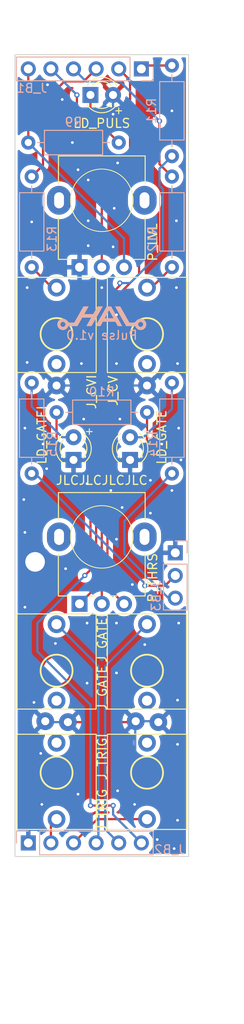
<source format=kicad_pcb>
(kicad_pcb (version 20240108) (generator "pcbnew") (generator_version "8.0")
  (title_block (rev "v1.0"))
  (layers (0 "F.Cu" signal) (31 "B.Cu" signal) (34 "B.Paste" user) (35 "F.Paste" user) (36 "B.SilkS" user "B.Silkscreen") (37 "F.SilkS" user "F.Silkscreen") (38 "B.Mask" user) (39 "F.Mask" user) (44 "Edge.Cuts" user))
  (net 0 "")
  (net 1 "GND")
  (net 2 "Net-(J_B1-Pin_3)")
  (net 3 "Net-(J_B1-Pin_4)")
  (net 4 "Net-(J_B1-Pin_6)")
  (net 5 "Net-(LD_PULS1-K)")
  (net 6 "-12V")
  (net 7 "Net-(J_B2-Pin_4)")
  (net 8 "Net-(LD_GATEI1-A)")
  (net 9 "Net-(LD_GATE1-A)")
  (net 10 "Net-(J_B2-Pin_5)")
  (net 11 "Net-(P_THRS1-Pad3)")
  (net 12 "+12V")
  (net 13 "Net-(J_B2-Pin_2)")
  (net 14 "Net-(J_B2-Pin_3)")
  (net 15 "Net-(J_B1-Pin_5)")
  (net 16 "Net-(J_B1-Pin_2)")
  (net 23 "Net-(J_B3-Pin_2)")
  (net 24 "Net-(J_B3-Pin_3)")
  (net 25 "Net-(P_THRS1-Pad1)")
  (net 26 "Net-(J_CVI1-PadSIG)")
  (net 27 "Net-(J_CV1-PadSIG)")
  (footprint "Eurorack:Potentiometer Alpha RD901F-40-00D" (layer "F.Cu") (at 69.85 94.996 90)
    (property "Reference" "P_THRS" (at -4.572 5.715 90) (layer "F.SilkS"))
    (property "Value" "B100k" (hide yes))
    (pad "" thru_hole oval (at 0.0052 -4.8 180) (size 2.72 3.24) (drill oval 1.1 1.8) (layers "*.Cu" "*.Mask"))
    (pad "" thru_hole oval (at 0.0052 4.8 180) (size 2.72 3.24) (drill oval 1.1 1.8) (layers "*.Cu" "*.Mask"))
    (pad "1" thru_hole rect (at -7.4948 -2.5 180) (size 1.8 1.8) (drill 1) (layers "*.Cu" "*.Mask") (net 25 "Net-(P_THRS1-Pad1)"))
    (pad "2" thru_hole circle (at -7.4948 0 180) (size 1.8 1.8) (drill 1) (layers "*.Cu" "*.Mask") (net 16 "Net-(J_B1-Pin_2)"))
    (pad "3" thru_hole circle (at -7.4948 2.5 180) (size 1.8 1.8) (drill 1) (layers "*.Cu" "*.Mask") (net 11 "Net-(P_THRS1-Pad3)"))
  )
  (footprint "Eurorack:PJ301M-12 Offset" (layer "F.Cu") (at 64.77 121.412 180)
    (property "Reference" "J_TRIGI" (at -5.1308 1.778 90) (layer "F.SilkS"))
    (property "Value" "PJ301M-12" (hide yes))
    (pad "GND" thru_hole circle (at 1.27 5.766 180) (size 2 2) (drill 0.9) (layers "*.Cu" "*.Mask") (net 1 "GND"))
    (pad "SIG" thru_hole circle (at 0 -5.207 180) (size 2 2) (drill 1.15) (layers "*.Cu" "*.Mask") (net 13 "Net-(J_B2-Pin_2)"))
    (pad "SW" thru_hole circle (at 0 3.353 180) (size 2 2) (drill 1.14) (layers "*.Cu" "*.Mask"))
    (zone (net 0) (net_name "") (layer "F.Cu") (connect_pads (clearance 0)) (min_thickness 0.254)
      (keepout (tracks not_allowed) (vias not_allowed) (pads not_allowed) (copperpour not_allowed) (footprints allowed))
      (fill (thermal_gap 0.508) (thermal_bridge_width 0.508))
      (polygon (pts (xy 63.264859 121.412) (xy 63.28507 121.657829) (xy 63.345159 121.897055) (xy 63.443514 122.123256) (xy 63.577492 122.330355) (xy 63.743496 122.51279) (xy 63.937068 122.665664) (xy 64.153008 122.784869) (xy 64.385518 122.867206) (xy 64.628354 122.910461) (xy 64.874993 122.913475) (xy 65.118813 122.876165) (xy 65.353266 122.799534) (xy 65.572054 122.68564) (xy 65.769303 122.537542) (xy 65.939714 122.359216) (xy 66.078712 122.155452) (xy 66.182564 121.931722) (xy 66.248481 121.694035) (xy 66.274692 121.448774) (xy 66.260493 121.202525) (xy 66.206266 120.961901) (xy 66.113468 120.733366) (xy 65.984589 120.523055) (xy 65.823092 120.336618) (xy 65.633313 120.179061) (xy 65.42035 120.054615) (xy 65.189921 119.966623) (xy 64.948215 119.917447) (xy 64.701722 119.908408) (xy 64.457064 119.93975) (xy 64.220809 120.01063) (xy 63.999303 120.119144) (xy 63.798495 120.262379) (xy 63.623777 120.436488) (xy 63.479842 120.636795) (xy 63.370555 120.857921) (xy 63.298851 121.093926) (xy 63.266656 121.338474)))
    )
  )
  (footprint "Eurorack:PJ301M-12 Offset" (layer "F.Cu") (at 74.93 121.412 180)
    (property "Reference" "J_TRIG" (at 5.0292 -4.191 90) (layer "F.SilkS"))
    (property "Value" "PJ301M-12" (hide yes))
    (pad "GND" thru_hole circle (at 1.27 5.766 180) (size 2 2) (drill 0.9) (layers "*.Cu" "*.Mask") (net 1 "GND"))
    (pad "SIG" thru_hole circle (at 0 -5.207 180) (size 2 2) (drill 1.15) (layers "*.Cu" "*.Mask") (net 14 "Net-(J_B2-Pin_3)"))
    (pad "SW" thru_hole circle (at 0 3.353 180) (size 2 2) (drill 1.14) (layers "*.Cu" "*.Mask"))
    (zone (net 0) (net_name "") (layer "F.Cu") (connect_pads (clearance 0)) (min_thickness 0.254)
      (keepout (tracks not_allowed) (vias not_allowed) (pads not_allowed) (copperpour not_allowed) (footprints allowed))
      (fill (thermal_gap 0.508) (thermal_bridge_width 0.508))
      (polygon (pts (xy 73.424859 121.412) (xy 73.44507 121.657829) (xy 73.505159 121.897055) (xy 73.603514 122.123256) (xy 73.737492 122.330355) (xy 73.903496 122.51279) (xy 74.097068 122.665664) (xy 74.313008 122.784869) (xy 74.545518 122.867206) (xy 74.788354 122.910461) (xy 75.034993 122.913475) (xy 75.278813 122.876165) (xy 75.513266 122.799534) (xy 75.732054 122.68564) (xy 75.929303 122.537542) (xy 76.099714 122.359216) (xy 76.238712 122.155452) (xy 76.342564 121.931722) (xy 76.408481 121.694035) (xy 76.434692 121.448774) (xy 76.420493 121.202525) (xy 76.366266 120.961901) (xy 76.273468 120.733366) (xy 76.144589 120.523055) (xy 75.983092 120.336618) (xy 75.793313 120.179061) (xy 75.58035 120.054615) (xy 75.349921 119.966623) (xy 75.108215 119.917447) (xy 74.861722 119.908408) (xy 74.617064 119.93975) (xy 74.380809 120.01063) (xy 74.159303 120.119144) (xy 73.958495 120.262379) (xy 73.783777 120.436488) (xy 73.639842 120.636795) (xy 73.530555 120.857921) (xy 73.458851 121.093926) (xy 73.426656 121.338474)))
    )
  )
  (footprint "LED_THT:LED_D3.0mm_FlatTop" (layer "F.Cu") (at 66.675 86.365 90)
    (property "Reference" "LD_GATEI" (at 2.799 -3.556 90) (layer "F.SilkS"))
    (property "Value" "LED")
    (pad "1" thru_hole rect (at 0 0 90) (size 1.8 1.8) (drill 0.9) (layers "*.Cu" "*.Mask") (net 1 "GND"))
    (pad "2" thru_hole circle (at 2.54 0 90) (size 1.8 1.8) (drill 0.9) (layers "*.Cu" "*.Mask") (net 8 "Net-(LD_GATEI1-A)"))
  )
  (footprint "LED_THT:LED_D3.0mm_FlatTop" (layer "F.Cu") (at 68.575 45.466)
    (property "Reference" "LD_PULS" (at 1.275 3.175 0) (layer "F.SilkS"))
    (property "Value" "LED (Bi)")
    (pad "1" thru_hole rect (at 0 0) (size 1.8 1.8) (drill 0.9) (layers "*.Cu" "*.Mask") (net 5 "Net-(LD_PULS1-K)"))
    (pad "2" thru_hole circle (at 2.54 0) (size 1.8 1.8) (drill 0.9) (layers "*.Cu" "*.Mask") (net 1 "GND"))
  )
  (footprint "Eurorack:M2 Screw Hole" (layer "F.Cu") (at 62.357 97.79)
    (property "Reference" "REF**" (hide yes))
    (property "Value" "M2 Screw Hole" (hide yes))
    (pad "" thru_hole circle (at 0 0) (size 3.8 3.8) (drill 2.2) (layers "*.Cu" "*.Mask") (net 1 "GND"))
  )
  (footprint "Eurorack:PJ301M-12" (layer "F.Cu") (at 74.93 72.263)
    (property "Reference" "J_CV" (at -3.81 6.35 90) (layer "F.SilkS"))
    (property "Value" "PJ301M-12" (hide yes))
    (pad "GND" thru_hole circle (at 0 5.766) (size 2 2) (drill 0.9) (layers "*.Cu" "*.Mask") (net 1 "GND"))
    (pad "SIG" thru_hole circle (at 0 -5.207) (size 2 2) (drill 1.15) (layers "*.Cu" "*.Mask") (net 27 "Net-(J_CV1-PadSIG)"))
    (pad "SW" thru_hole circle (at 0 3.353) (size 2 2) (drill 1.14) (layers "*.Cu" "*.Mask"))
    (zone (net 0) (net_name "") (layer "F.Cu") (connect_pads (clearance 0)) (min_thickness 0.254)
      (keepout (tracks not_allowed) (vias not_allowed) (pads not_allowed) (copperpour not_allowed) (footprints allowed))
      (fill (thermal_gap 0.508) (thermal_bridge_width 0.508))
      (polygon (pts (xy 76.435141 72.263) (xy 76.41493 72.017171) (xy 76.354841 71.777945) (xy 76.256486 71.551744) (xy 76.122508 71.344645) (xy 75.956504 71.16221) (xy 75.762932 71.009336) (xy 75.546992 70.890131) (xy 75.314482 70.807794) (xy 75.071646 70.764539) (xy 74.825007 70.761525) (xy 74.581187 70.798835) (xy 74.346734 70.875466) (xy 74.127946 70.98936) (xy 73.930697 71.137458) (xy 73.760286 71.315784) (xy 73.621288 71.519548) (xy 73.517436 71.743278) (xy 73.451519 71.980965) (xy 73.425308 72.226226) (xy 73.439507 72.472475) (xy 73.493734 72.713099) (xy 73.586532 72.941634) (xy 73.715411 73.151945) (xy 73.876908 73.338382) (xy 74.066687 73.495939) (xy 74.27965 73.620385) (xy 74.510079 73.708377) (xy 74.751785 73.757553) (xy 74.998278 73.766592) (xy 75.242936 73.73525) (xy 75.479191 73.66437) (xy 75.700697 73.555856) (xy 75.901505 73.412621) (xy 76.076223 73.238512) (xy 76.220158 73.038205) (xy 76.329445 72.817079) (xy 76.401149 72.581074) (xy 76.433344 72.336526)))
    )
  )
  (footprint "LED_THT:LED_D3.0mm_FlatTop" (layer "F.Cu") (at 73.025 86.365 90)
    (property "Reference" "LD_GATE" (at 2.545 3.556 90) (layer "F.SilkS"))
    (property "Value" "LED")
    (pad "1" thru_hole rect (at 0 0 90) (size 1.8 1.8) (drill 0.9) (layers "*.Cu" "*.Mask") (net 1 "GND"))
    (pad "2" thru_hole circle (at 2.54 0 90) (size 1.8 1.8) (drill 0.9) (layers "*.Cu" "*.Mask") (net 9 "Net-(LD_GATE1-A)"))
  )
  (footprint "Eurorack:Potentiometer Alpha RD901F-40-00D" (layer "F.Cu") (at 69.85 57.2752 90)
    (property "Reference" "P_LVL" (at -4.7008 5.715 90) (layer "F.SilkS"))
    (property "Value" "B100k" (hide yes))
    (pad "" thru_hole oval (at 0.0052 -4.8 180) (size 2.72 3.24) (drill oval 1.1 1.8) (layers "*.Cu" "*.Mask"))
    (pad "" thru_hole oval (at 0.0052 4.8 180) (size 2.72 3.24) (drill oval 1.1 1.8) (layers "*.Cu" "*.Mask"))
    (pad "1" thru_hole rect (at -7.4948 -2.5 180) (size 1.8 1.8) (drill 1) (layers "*.Cu" "*.Mask") (net 1 "GND"))
    (pad "2" thru_hole circle (at -7.4948 0 180) (size 1.8 1.8) (drill 1) (layers "*.Cu" "*.Mask") (net 15 "Net-(J_B1-Pin_5)"))
    (pad "3" thru_hole circle (at -7.4948 2.5 180) (size 1.8 1.8) (drill 1) (layers "*.Cu" "*.Mask") (net 4 "Net-(J_B1-Pin_6)"))
  )
  (footprint "Eurorack:PJ301M-12 Offset" (layer "F.Cu") (at 74.93 109.982)
    (property "Reference" "J_GATE" (at -5.0292 1.9304 90) (layer "F.SilkS"))
    (property "Value" "PJ301M-12" (hide yes))
    (pad "GND" thru_hole circle (at 1.27 5.766) (size 2 2) (drill 0.9) (layers "*.Cu" "*.Mask") (net 1 "GND"))
    (pad "SIG" thru_hole circle (at 0 -5.207) (size 2 2) (drill 1.15) (layers "*.Cu" "*.Mask") (net 10 "Net-(J_B2-Pin_5)"))
    (pad "SW" thru_hole circle (at 0 3.353) (size 2 2) (drill 1.14) (layers "*.Cu" "*.Mask"))
    (zone (net 0) (net_name "") (layer "F.Cu") (connect_pads (clearance 0)) (min_thickness 0.254)
      (keepout (tracks not_allowed) (vias not_allowed) (pads not_allowed) (copperpour not_allowed) (footprints allowed))
      (fill (thermal_gap 0.508) (thermal_bridge_width 0.508))
      (polygon (pts (xy 76.435141 109.982) (xy 76.41493 109.736171) (xy 76.354841 109.496945) (xy 76.256486 109.270744) (xy 76.122508 109.063645) (xy 75.956504 108.88121) (xy 75.762932 108.728336) (xy 75.546992 108.609131) (xy 75.314482 108.526794) (xy 75.071646 108.483539) (xy 74.825007 108.480525) (xy 74.581187 108.517835) (xy 74.346734 108.594466) (xy 74.127946 108.70836) (xy 73.930697 108.856458) (xy 73.760286 109.034784) (xy 73.621288 109.238548) (xy 73.517436 109.462278) (xy 73.451519 109.699965) (xy 73.425308 109.945226) (xy 73.439507 110.191475) (xy 73.493734 110.432099) (xy 73.586532 110.660634) (xy 73.715411 110.870945) (xy 73.876908 111.057382) (xy 74.066687 111.214939) (xy 74.27965 111.339385) (xy 74.510079 111.427377) (xy 74.751785 111.476553) (xy 74.998278 111.485592) (xy 75.242936 111.45425) (xy 75.479191 111.38337) (xy 75.700697 111.274856) (xy 75.901505 111.131621) (xy 76.076223 110.957512) (xy 76.220158 110.757205) (xy 76.329445 110.536079) (xy 76.401149 110.300074) (xy 76.433344 110.055526)))
    )
  )
  (footprint "Eurorack:PJ301M-12 Offset" (layer "F.Cu") (at 64.77 109.982)
    (property "Reference" "J_GATEI" (at 5.1308 -3.683 90) (layer "F.SilkS"))
    (property "Value" "PJ301M-12" (hide yes))
    (pad "GND" thru_hole circle (at 1.27 5.766) (size 2 2) (drill 0.9) (layers "*.Cu" "*.Mask") (net 1 "GND"))
    (pad "SIG" thru_hole circle (at 0 -5.207) (size 2 2) (drill 1.15) (layers "*.Cu" "*.Mask") (net 7 "Net-(J_B2-Pin_4)"))
    (pad "SW" thru_hole circle (at 0 3.353) (size 2 2) (drill 1.14) (layers "*.Cu" "*.Mask"))
    (zone (net 0) (net_name "") (layer "F.Cu") (connect_pads (clearance 0)) (min_thickness 0.254)
      (keepout (tracks not_allowed) (vias not_allowed) (pads not_allowed) (copperpour not_allowed) (footprints allowed))
      (fill (thermal_gap 0.508) (thermal_bridge_width 0.508))
      (polygon (pts (xy 66.275141 109.982) (xy 66.25493 109.736171) (xy 66.194841 109.496945) (xy 66.096486 109.270744) (xy 65.962508 109.063645) (xy 65.796504 108.88121) (xy 65.602932 108.728336) (xy 65.386992 108.609131) (xy 65.154482 108.526794) (xy 64.911646 108.483539) (xy 64.665007 108.480525) (xy 64.421187 108.517835) (xy 64.186734 108.594466) (xy 63.967946 108.70836) (xy 63.770697 108.856458) (xy 63.600286 109.034784) (xy 63.461288 109.238548) (xy 63.357436 109.462278) (xy 63.291519 109.699965) (xy 63.265308 109.945226) (xy 63.279507 110.191475) (xy 63.333734 110.432099) (xy 63.426532 110.660634) (xy 63.555411 110.870945) (xy 63.716908 111.057382) (xy 63.906687 111.214939) (xy 64.11965 111.339385) (xy 64.350079 111.427377) (xy 64.591785 111.476553) (xy 64.838278 111.485592) (xy 65.082936 111.45425) (xy 65.319191 111.38337) (xy 65.540697 111.274856) (xy 65.741505 111.131621) (xy 65.916223 110.957512) (xy 66.060158 110.757205) (xy 66.169445 110.536079) (xy 66.241149 110.300074) (xy 66.273344 110.055526)))
    )
  )
  (footprint "Eurorack:PJ301M-12" (layer "F.Cu") (at 64.77 72.263)
    (property "Reference" "J_CVI" (at 3.937 6.477 90) (layer "F.SilkS"))
    (property "Value" "PJ301M-12" (hide yes))
    (pad "GND" thru_hole circle (at 0 5.766) (size 2 2) (drill 0.9) (layers "*.Cu" "*.Mask") (net 1 "GND"))
    (pad "SIG" thru_hole circle (at 0 -5.207) (size 2 2) (drill 1.15) (layers "*.Cu" "*.Mask") (net 26 "Net-(J_CVI1-PadSIG)"))
    (pad "SW" thru_hole circle (at 0 3.353) (size 2 2) (drill 1.14) (layers "*.Cu" "*.Mask"))
    (zone (net 0) (net_name "") (layer "F.Cu") (connect_pads (clearance 0)) (min_thickness 0.254)
      (keepout (tracks not_allowed) (vias not_allowed) (pads not_allowed) (copperpour not_allowed) (footprints allowed))
      (fill (thermal_gap 0.508) (thermal_bridge_width 0.508))
      (polygon (pts (xy 66.275141 72.263) (xy 66.25493 72.017171) (xy 66.194841 71.777945) (xy 66.096486 71.551744) (xy 65.962508 71.344645) (xy 65.796504 71.16221) (xy 65.602932 71.009336) (xy 65.386992 70.890131) (xy 65.154482 70.807794) (xy 64.911646 70.764539) (xy 64.665007 70.761525) (xy 64.421187 70.798835) (xy 64.186734 70.875466) (xy 63.967946 70.98936) (xy 63.770697 71.137458) (xy 63.600286 71.315784) (xy 63.461288 71.519548) (xy 63.357436 71.743278) (xy 63.291519 71.980965) (xy 63.265308 72.226226) (xy 63.279507 72.472475) (xy 63.333734 72.713099) (xy 63.426532 72.941634) (xy 63.555411 73.151945) (xy 63.716908 73.338382) (xy 63.906687 73.495939) (xy 64.11965 73.620385) (xy 64.350079 73.708377) (xy 64.591785 73.757553) (xy 64.838278 73.766592) (xy 65.082936 73.73525) (xy 65.319191 73.66437) (xy 65.540697 73.555856) (xy 65.741505 73.412621) (xy 65.916223 73.238512) (xy 66.060158 73.038205) (xy 66.169445 72.817079) (xy 66.241149 72.581074) (xy 66.273344 72.336526)))
    )
  )
  (footprint "Resistor_THT:R_Axial_DIN0207_L6.3mm_D2.5mm_P10.16mm_Horizontal" (layer "B.Cu") (at 71.755 50.8 180)
    (property "Reference" "R9" (at 5.08 2.286 180) (layer "B.SilkS") (effects (justify mirror)))
    (property "Value" "1k")
    (pad "1" thru_hole circle (at 0 0 180) (size 1.6 1.6) (drill 0.8) (layers "*.Cu" "*.Mask") (net 5 "Net-(LD_PULS1-K)"))
    (pad "2" thru_hole oval (at 10.16 0 180) (size 1.6 1.6) (drill 0.8) (layers "*.Cu" "*.Mask") (net 4 "Net-(J_B1-Pin_6)"))
  )
  (footprint "Resistor_THT:R_Axial_DIN0207_L6.3mm_D2.5mm_P10.16mm_Horizontal" (layer "B.Cu") (at 61.976 54.61 -90)
    (property "Reference" "R13" (at 6.985 -2.286 90) (layer "B.SilkS") (effects (justify mirror)))
    (property "Value" "1k")
    (pad "1" thru_hole circle (at 0 0 270) (size 1.6 1.6) (drill 0.8) (layers "*.Cu" "*.Mask") (net 2 "Net-(J_B1-Pin_3)"))
    (pad "2" thru_hole oval (at 10.16 0 270) (size 1.6 1.6) (drill 0.8) (layers "*.Cu" "*.Mask") (net 26 "Net-(J_CVI1-PadSIG)"))
  )
  (footprint "Connector_PinHeader_2.54mm:PinHeader_1x06_P2.54mm_Vertical" (layer "B.Cu") (at 74.295 42.545 90)
    (property "Reference" "J_B1" (at -2.159 -12.319 0) (layer "B.SilkS") (effects (justify mirror)))
    (property "Value" "Conn_01x06_Female")
    (pad "1" thru_hole rect (at 0 0 90) (size 1.7 1.7) (drill 1) (layers "*.Cu" "*.Mask") (net 6 "-12V"))
    (pad "2" thru_hole oval (at 0 -2.54 90) (size 1.7 1.7) (drill 1) (layers "*.Cu" "*.Mask") (net 16 "Net-(J_B1-Pin_2)"))
    (pad "3" thru_hole oval (at 0 -5.08 90) (size 1.7 1.7) (drill 1) (layers "*.Cu" "*.Mask") (net 2 "Net-(J_B1-Pin_3)"))
    (pad "4" thru_hole oval (at 0 -7.62 90) (size 1.7 1.7) (drill 1) (layers "*.Cu" "*.Mask") (net 3 "Net-(J_B1-Pin_4)"))
    (pad "5" thru_hole oval (at 0 -10.16 90) (size 1.7 1.7) (drill 1) (layers "*.Cu" "*.Mask") (net 15 "Net-(J_B1-Pin_5)"))
    (pad "6" thru_hole oval (at 0 -12.7 90) (size 1.7 1.7) (drill 1) (layers "*.Cu" "*.Mask") (net 4 "Net-(J_B1-Pin_6)"))
  )
  (footprint "Connector_PinHeader_2.54mm:PinHeader_1x03_P2.54mm_Vertical" (layer "B.Cu") (at 78.105 96.774 180)
    (property "Reference" "J_B3" (at 2.159 -4.826 90) (layer "B.SilkS") (effects (justify mirror)))
    (property "Value" "Conn_01x03_Female")
    (pad "1" thru_hole rect (at 0 0 180) (size 1.7 1.7) (drill 1) (layers "*.Cu" "*.Mask") (net 1 "GND"))
    (pad "2" thru_hole oval (at 0 -2.54 180) (size 1.7 1.7) (drill 1) (layers "*.Cu" "*.Mask") (net 23 "Net-(J_B3-Pin_2)"))
    (pad "3" thru_hole oval (at 0 -5.08 180) (size 1.7 1.7) (drill 1) (layers "*.Cu" "*.Mask") (net 24 "Net-(J_B3-Pin_3)"))
  )
  (footprint "Resistor_THT:R_Axial_DIN0207_L6.3mm_D2.5mm_P10.16mm_Horizontal" (layer "B.Cu") (at 61.976 77.724 -90)
    (property "Reference" "R15" (at 6.858 -2.286 90) (layer "B.SilkS") (effects (justify mirror)))
    (property "Value" "10k")
    (pad "1" thru_hole circle (at 0 0 270) (size 1.6 1.6) (drill 0.8) (layers "*.Cu" "*.Mask") (net 8 "Net-(LD_GATEI1-A)"))
    (pad "2" thru_hole oval (at 10.16 0 270) (size 1.6 1.6) (drill 0.8) (layers "*.Cu" "*.Mask") (net 23 "Net-(J_B3-Pin_2)"))
  )
  (footprint "Resistor_THT:R_Axial_DIN0207_L6.3mm_D2.5mm_P10.16mm_Horizontal" (layer "B.Cu") (at 64.77 81.026)
    (property "Reference" "R10" (at 5.08 -2.286 0) (layer "B.SilkS") (effects (justify mirror)))
    (property "Value" "47k")
    (pad "1" thru_hole circle (at 0 0) (size 1.6 1.6) (drill 0.8) (layers "*.Cu" "*.Mask") (net 12 "+12V"))
    (pad "2" thru_hole oval (at 10.16 0) (size 1.6 1.6) (drill 0.8) (layers "*.Cu" "*.Mask") (net 11 "Net-(P_THRS1-Pad3)"))
  )
  (footprint "Resistor_THT:R_Axial_DIN0207_L6.3mm_D2.5mm_P10.16mm_Horizontal" (layer "B.Cu") (at 77.724 52.324 90)
    (property "Reference" "R11" (at 5.08 -2.286 -90) (layer "B.SilkS") (effects (justify mirror)))
    (property "Value" "47k")
    (pad "1" thru_hole circle (at 0 0 90) (size 1.6 1.6) (drill 0.8) (layers "*.Cu" "*.Mask") (net 25 "Net-(P_THRS1-Pad1)"))
    (pad "2" thru_hole oval (at 10.16 0 90) (size 1.6 1.6) (drill 0.8) (layers "*.Cu" "*.Mask") (net 6 "-12V"))
  )
  (footprint "Resistor_THT:R_Axial_DIN0207_L6.3mm_D2.5mm_P10.16mm_Horizontal" (layer "B.Cu") (at 77.724 54.61 -90)
    (property "Reference" "R12" (at 6.985 2.159 90) (layer "B.SilkS") (effects (justify mirror)))
    (property "Value" "1k")
    (pad "1" thru_hole circle (at 0 0 270) (size 1.6 1.6) (drill 0.8) (layers "*.Cu" "*.Mask") (net 3 "Net-(J_B1-Pin_4)"))
    (pad "2" thru_hole oval (at 10.16 0 270) (size 1.6 1.6) (drill 0.8) (layers "*.Cu" "*.Mask") (net 27 "Net-(J_CV1-PadSIG)"))
  )
  (footprint "Connector_PinHeader_2.54mm:PinHeader_1x06_P2.54mm_Vertical" (layer "B.Cu") (at 61.595 129.286 -90)
    (property "Reference" "J_B2" (at 0.762 -15.875 180) (layer "B.SilkS") (effects (justify mirror)))
    (property "Value" "Conn_01x06_Female")
    (pad "1" thru_hole rect (at 0 0 270) (size 1.7 1.7) (drill 1) (layers "*.Cu" "*.Mask") (net 1 "GND"))
    (pad "2" thru_hole oval (at 0 -2.54 270) (size 1.7 1.7) (drill 1) (layers "*.Cu" "*.Mask") (net 13 "Net-(J_B2-Pin_2)"))
    (pad "3" thru_hole oval (at 0 -5.08 270) (size 1.7 1.7) (drill 1) (layers "*.Cu" "*.Mask") (net 14 "Net-(J_B2-Pin_3)"))
    (pad "4" thru_hole oval (at 0 -7.62 270) (size 1.7 1.7) (drill 1) (layers "*.Cu" "*.Mask") (net 7 "Net-(J_B2-Pin_4)"))
    (pad "5" thru_hole oval (at 0 -10.16 270) (size 1.7 1.7) (drill 1) (layers "*.Cu" "*.Mask") (net 10 "Net-(J_B2-Pin_5)"))
    (pad "6" thru_hole oval (at 0 -12.7 270) (size 1.7 1.7) (drill 1) (layers "*.Cu" "*.Mask") (net 12 "+12V"))
  )
  (footprint "Resistor_THT:R_Axial_DIN0207_L6.3mm_D2.5mm_P10.16mm_Horizontal" (layer "B.Cu") (at 77.724 77.724 -90)
    (property "Reference" "R14" (at 6.858 2.159 90) (layer "B.SilkS") (effects (justify mirror)))
    (property "Value" "10k")
    (pad "1" thru_hole circle (at 0 0 270) (size 1.6 1.6) (drill 0.8) (layers "*.Cu" "*.Mask") (net 9 "Net-(LD_GATE1-A)"))
    (pad "2" thru_hole oval (at 10.16 0 270) (size 1.6 1.6) (drill 0.8) (layers "*.Cu" "*.Mask") (net 24 "Net-(J_B3-Pin_3)"))
  )
  (footprint "Logos:Avalon Harmonics Small 10mm" (layer "B.Cu") (at 69.85 70.485 180)
    (property "Reference" "G***" (hide yes))
    (property "Value" "LOGO" (hide yes))
  )
  (gr_rect (start 60.1 40.95) (end 79.6 130.81) (stroke (width 0.1)) (fill none) (layer "Edge.Cuts"))
  (gr_text "Pulse v1.0" (at 69.85 72.39 0) (layer "B.SilkS") (effects (font (size 1 1)) (justify mirror)))
  (gr_text "JLCJLCJLCJLC" (at 69.85 88.646 0) (layer "F.SilkS") (effects (font (size 1 1))))
  (segment (start 64.389 88.0745) (end 64.389 90.8018) (width 0.25) (layer "F.Cu") (net 1))
  (segment (start 73.279 100.33) (end 76.835 96.774) (width 0.25) (layer "F.Cu") (net 1))
  (segment (start 67.35 64.77) (end 67.35 55.967) (width 0.25) (layer "F.Cu") (net 1))
  (segment (start 76.835 96.774) (end 78.105 96.774) (width 0.25) (layer "F.Cu") (net 1))
  (segment (start 66.04 115.748) (end 73.558 115.748) (width 0.25) (layer "F.Cu") (net 1))
  (segment (start 62.357 92.8338) (end 62.357 97.79) (width 0.25) (layer "F.Cu") (net 1))
  (segment (start 64.389 90.8018) (end 62.357 92.8338) (width 0.25) (layer "F.Cu") (net 1))
  (segment (start 62.23 114.376) (end 63.5 115.646) (width 0.25) (layer "F.Cu") (net 1))
  (segment (start 73.558 115.748) (end 73.66 115.646) (width 0.25) (layer "F.Cu") (net 1))
  (segment (start 62.23 113.538) (end 62.23 114.376) (width 0.25) (layer "F.Cu") (net 1))
  (segment (start 64.77 78.029) (end 63.246 79.553) (width 0.25) (layer "F.Cu") (net 1))
  (segment (start 67.35 55.967) (end 68.326 54.991) (width 0.25) (layer "F.Cu") (net 1))
  (segment (start 63.246 86.9315) (end 64.389 88.0745) (width 0.25) (layer "F.Cu") (net 1))
  (segment (start 63.246 79.553) (end 63.246 86.9315) (width 0.25) (layer "F.Cu") (net 1))
  (via (at 63.119 124.968) (size 0.6) (drill 0.3) (layers "F.Cu" "B.Cu") (net 1))
  (via (at 71.12 47.625) (size 0.6) (drill 0.3) (layers "F.Cu" "B.Cu") (net 1))
  (via (at 61.976 59.69) (size 0.6) (drill 0.3) (layers "F.Cu" "B.Cu") (net 1))
  (via (at 62.23 113.538) (size 0.6) (drill 0.3) (layers "F.Cu" "B.Cu") (net 1))
  (via (at 77.978 129.921) (size 0.6) (drill 0.3) (layers "F.Cu" "B.Cu") (net 1))
  (via (at 71.501 104.648) (size 0.6) (drill 0.3) (layers "F.Cu" "B.Cu") (net 1))
  (via (at 71.882 81.788) (size 0.6) (drill 0.3) (layers "F.Cu" "B.Cu") (net 1))
  (via (at 74.676 107.061) (size 0.6) (drill 0.3) (layers "F.Cu" "B.Cu") (net 1))
  (via (at 66.548 50.8) (size 0.6) (drill 0.3) (layers "F.Cu" "B.Cu") (net 1))
  (via (at 61.214 102.87) (size 0.6) (drill 0.3) (layers "F.Cu" "B.Cu") (net 1))
  (via (at 65.786 98.552) (size 0.6) (drill 0.3) (layers "F.Cu" "B.Cu") (net 1))
  (via (at 75.311 88.646) (size 0.6) (drill 0.3) (layers "F.Cu" "B.Cu") (net 1))
  (via (at 68.326 59.563) (size 0.6) (drill 0.3) (layers "F.Cu" "B.Cu") (net 1))
  (via (at 61.468 75.438) (size 0.6) (drill 0.3) (layers "F.Cu" "B.Cu") (net 1))
  (via (at 67.183 123.825) (size 0.6) (drill 0.3) (layers "F.Cu" "B.Cu") (net 1))
  (via (at 63.246 84.582) (size 0.6) (drill 0.3) (layers "F.Cu" "B.Cu") (net 1))
  (via (at 73.279 100.33) (size 0.6) (drill 0.3) (layers "F.Cu" "B.Cu") (net 1))
  (via (at 68.199 104.648) (size 0.6) (drill 0.3) (layers "F.Cu" "B.Cu") (net 1))
  (via (at 67.564 75.565) (size 0.6) (drill 0.3) (layers "F.Cu" "B.Cu") (net 1))
  (via (at 68.199 111.379) (size 0.6) (drill 0.3) (layers "F.Cu" "B.Cu") (net 1))
  (via (at 78.486 104.648) (size 0.6) (drill 0.3) (layers "F.Cu" "B.Cu") (net 1))
  (via (at 78.359 75.565) (size 0.6) (drill 0.3) (layers "F.Cu" "B.Cu") (net 1))
  (via (at 78.232 59.563) (size 0.6) (drill 0.3) (layers "F.Cu" "B.Cu") (net 1))
  (via (at 71.12 62.484) (size 0.6) (drill 0.3) (layers "F.Cu" "B.Cu") (net 1))
  (via (at 63.754 44.323) (size 0.6) (drill 0.3) (layers "F.Cu" "B.Cu") (net 1))
  (via (at 69.85 67.056) (size 0.6) (drill 0.3) (layers "F.Cu" "B.Cu") (net 1))
  (via (at 68.199 89.027) (size 0.6) (drill 0.3) (layers "F.Cu" "B.Cu") (net 1))
  (via (at 61.468 67.056) (size 0.6) (drill 0.3) (layers "F.Cu" "B.Cu") (net 1))
  (via (at 71.501 75.565) (size 0.6) (drill 0.3) (layers "F.Cu" "B.Cu") (net 1))
  (via (at 78.486 82.804) (size 0.6) (drill 0.3) (layers "F.Cu" "B.Cu") (net 1))
  (via (at 71.501 110.236) (size 0.6) (drill 0.3) (layers "F.Cu" "B.Cu") (net 1))
  (via (at 71.247 58.166) (size 0.6) (drill 0.3) (layers "F.Cu" "B.Cu") (net 1))
  (via (at 77.724 89.789) (size 0.6) (drill 0.3) (layers "F.Cu" "B.Cu") (net 1))
  (via (at 76.073 128.905) (size 0.6) (drill 0.3) (layers "F.Cu" "B.Cu") (net 1))
  (via (at 71.501 95.25) (size 0.6) (drill 0.3) (layers "F.Cu" "B.Cu") (net 1))
  (via (at 62.992 119.253) (size 0.6) (drill 0.3) (layers "F.Cu" "B.Cu") (net 1))
  (via (at 70.866 89.789) (size 0.6) (drill 0.3) (layers "F.Cu" "B.Cu") (net 1))
  (via (at 67.183 53.848) (size 0.6) (drill 0.3) (layers "F.Cu" "B.Cu") (net 1))
  (via (at 64.643 106.934) (size 0.6) (drill 0.3) (layers "F.Cu" "B.Cu") (net 1))
  (via (at 71.501 70.104) (size 0.6) (drill 0.3) (layers "F.Cu" "B.Cu") (net 1))
  (via (at 67.818 81.788) (size 0.6) (drill 0.3) (layers "F.Cu" "B.Cu") (net 1))
  (via (at 73.533 124.968) (size 0.6) (drill 0.3) (layers "F.Cu" "B.Cu") (net 1))
  (via (at 77.724 47.244) (size 0.6) (drill 0.3) (layers "F.Cu" "B.Cu") (net 1))
  (via (at 63.65875 87.34425) (size 0.6) (drill 0.3) (layers "F.Cu" "B.Cu") (net 1))
  (via (at 61.214 94.488) (size 0.6) (drill 0.3) (layers "F.Cu" "B.Cu") (net 1))
  (via (at 78.232 67.056) (size 0.6) (drill 0.3) (layers "F.Cu" "B.Cu") (net 1))
  (via (at 72.136 91.694) (size 0.6) (drill 0.3) (layers "F.Cu" "B.Cu") (net 1))
  (via (at 68.326 62.357) (size 0.6) (drill 0.3) (layers "F.Cu" "B.Cu") (net 1))
  (via (at 78.359 118.237) (size 0.6) (drill 0.3) (layers "F.Cu" "B.Cu") (net 1))
  (via (at 76.581 84.582) (size 0.6) (drill 0.3) (layers "F.Cu" "B.Cu") (net 1))
  (via (at 78.74 86.36) (size 0.6) (drill 0.3) (layers "F.Cu" "B.Cu") (net 1))
  (via (at 65.405 45.974) (size 0.6) (drill 0.3) (layers "F.Cu" "B.Cu") (net 1))
  (via (at 61.214 82.804) (size 0.6) (drill 0.3) (layers "F.Cu" "B.Cu") (net 1))
  (via (at 71.628 123.444) (size 0.6) (drill 0.3) (layers "F.Cu" "B.Cu") (net 1))
  (via (at 75.311 92.329) (size 0.6) (drill 0.3) (layers "F.Cu" "B.Cu") (net 1))
  (via (at 78.359 126.746) (size 0.6) (drill 0.3) (layers "F.Cu" "B.Cu") (net 1))
  (via (at 68.326 54.991) (size 0.6) (drill 0.3) (layers "F.Cu" "B.Cu") (net 1))
  (via (at 61.087 90.805) (size 0.6) (drill 0.3) (layers "F.Cu" "B.Cu") (net 1))
  (via (at 71.628 53.086) (size 0.6) (drill 0.3) (layers "F.Cu" "B.Cu") (net 1))
  (via (at 78.359 113.284) (size 0.6) (drill 0.3) (layers "F.Cu" "B.Cu") (net 1))
  (segment (start 68.326 54.991) (end 68.326 51.054) (width 0.25) (layer "B.Cu") (net 1))
  (segment (start 64.77 78.029) (end 67.31 78.029) (width 0.25) (layer "B.Cu") (net 1))
  (segment (start 61.849 113.157) (end 61.849 98.171) (width 0.25) (layer "B.Cu") (net 1))
  (segment (start 61.595 126.492) (end 63.119 124.968) (width 0.25) (layer "B.Cu") (net 1))
  (segment (start 71.12 47.625) (end 71.115 47.62) (width 0.25) (layer "B.Cu") (net 1))
  (segment (start 73.279 100.33) (end 70.739 97.79) (width 0.25) (layer "B.Cu") (net 1))
  (segment (start 76.098 115.646) (end 76.2 115.748) (width 0.25) (layer "B.Cu") (net 1))
  (segment (start 73.605 115.701) (end 73.66 115.646) (width 0.25) (layer "B.Cu") (net 1))
  (segment (start 61.849 98.171) (end 62.23 97.79) (width 0.25) (layer "B.Cu") (net 1))
  (segment (start 68.326 51.054) (end 71.115 48.265) (width 0.25) (layer "B.Cu") (net 1))
  (segment (start 73.66 115.646) (end 76.098 115.646) (width 0.25) (layer "B.Cu") (net 1))
  (segment (start 62.23 113.538) (end 61.849 113.157) (width 0.25) (layer "B.Cu") (net 1))
  (segment (start 63.602 115.748) (end 63.5 115.646) (width 0.25) (layer "B.Cu") (net 1))
  (segment (start 71.115 48.265) (end 71.115 47.63) (width 0.25) (layer "B.Cu") (net 1))
  (segment (start 70.739 97.79) (end 62.23 97.79) (width 0.25) (layer "B.Cu") (net 1))
  (segment (start 71.115 47.62) (end 71.115 45.466) (width 0.25) (layer "B.Cu") (net 1))
  (segment (start 66.04 115.748) (end 63.602 115.748) (width 0.25) (layer "B.Cu") (net 1))
  (segment (start 67.31 78.029) (end 74.93 78.029) (width 0.25) (layer "B.Cu") (net 1))
  (segment (start 61.595 129.286) (end 61.595 126.492) (width 0.25) (layer "B.Cu") (net 1))
  (segment (start 67.35 64.77) (end 67.35 75.351) (width 0.25) (layer "B.Cu") (net 1))
  (segment (start 73.533 124.968) (end 73.605 124.896) (width 0.25) (layer "B.Cu") (net 1))
  (segment (start 67.35 75.351) (end 67.564 75.565) (width 0.25) (layer "B.Cu") (net 1))
  (segment (start 67.35 77.989) (end 67.31 78.029) (width 0.25) (layer "B.Cu") (net 1))
  (segment (start 73.605 124.896) (end 73.605 115.701) (width 0.25) (layer "B.Cu") (net 1))
  (segment (start 71.115 47.63) (end 71.12 47.625) (width 0.25) (layer "B.Cu") (net 1))
  (segment (start 73.605 125.04) (end 73.533 124.968) (width 0.25) (layer "B.Cu") (net 1))
  (segment (start 67.564 75.565) (end 67.35 75.779) (width 0.25) (layer "B.Cu") (net 1))
  (segment (start 67.35 75.779) (end 67.35 77.989) (width 0.25) (layer "B.Cu") (net 1))
  (segment (start 61.976 54.61) (end 63.246 53.34) (width 0.25) (layer "F.Cu") (net 2))
  (segment (start 63.246 46.355) (end 65.659 43.942) (width 0.25) (layer "F.Cu") (net 2))
  (segment (start 67.818 43.942) (end 69.215 42.545) (width 0.25) (layer "F.Cu") (net 2))
  (segment (start 65.659 43.942) (end 67.818 43.942) (width 0.25) (layer "F.Cu") (net 2))
  (segment (start 63.246 53.34) (end 63.246 46.355) (width 0.25) (layer "F.Cu") (net 2))
  (segment (start 76.327 53.213) (end 77.724 54.61) (width 0.25) (layer "F.Cu") (net 3))
  (segment (start 76.327 48.387) (end 76.327 53.213) (width 0.25) (layer "F.Cu") (net 3))
  (via (at 76.327 48.387) (size 0.6) (drill 0.3) (layers "F.Cu" "B.Cu") (net 3))
  (segment (start 68.072 43.942) (end 71.882 43.942) (width 0.25) (layer "B.Cu") (net 3))
  (segment (start 71.882 43.942) (end 76.327 48.387) (width 0.25) (layer "B.Cu") (net 3))
  (segment (start 66.675 42.545) (end 68.072 43.942) (width 0.25) (layer "B.Cu") (net 3))
  (segment (start 61.595 42.545) (end 61.595 50.8) (width 0.25) (layer "F.Cu") (net 4))
  (segment (start 72.35 61.555) (end 72.35 64.77) (width 0.25) (layer "B.Cu") (net 4))
  (segment (start 61.595 50.8) (end 72.35 61.555) (width 0.25) (layer "B.Cu") (net 4))
  (segment (start 68.575 45.466) (end 68.575 47.62) (width 0.25) (layer "F.Cu") (net 5))
  (segment (start 68.575 47.62) (end 71.755 50.8) (width 0.25) (layer "F.Cu") (net 5))
  (segment (start 77.724 42.164) (end 74.676 42.164) (width 0.25) (layer "F.Cu") (net 6))
  (segment (start 74.676 42.164) (end 74.295 42.545) (width 0.25) (layer "F.Cu") (net 6))
  (segment (start 64.77 104.775) (end 69.469 109.474) (width 0.25) (layer "B.Cu") (net 7))
  (segment (start 69.469 109.474) (end 69.469 129.032) (width 0.25) (layer "B.Cu") (net 7))
  (segment (start 69.469 129.032) (end 69.215 129.286) (width 0.25) (layer "B.Cu") (net 7))
  (segment (start 61.976 80.398792) (end 65.402208 83.825) (width 0.25) (layer "B.Cu") (net 8))
  (segment (start 61.976 77.724) (end 61.976 80.398792) (width 0.25) (layer "B.Cu") (net 8))
  (segment (start 65.402208 83.825) (end 66.675 83.825) (width 0.25) (layer "B.Cu") (net 8))
  (segment (start 77.724 80.645) (end 74.544 83.825) (width 0.25) (layer "B.Cu") (net 9))
  (segment (start 77.724 77.724) (end 77.724 80.645) (width 0.25) (layer "B.Cu") (net 9))
  (segment (start 74.544 83.825) (end 73.025 83.825) (width 0.25) (layer "B.Cu") (net 9))
  (segment (start 70.231 127.762) (end 70.231 109.474) (width 0.25) (layer "B.Cu") (net 10))
  (segment (start 71.755 129.286) (end 70.231 127.762) (width 0.25) (layer "B.Cu") (net 10))
  (segment (start 70.231 109.474) (end 74.93 104.775) (width 0.25) (layer "B.Cu") (net 10))
  (segment (start 72.35 102.4908) (end 70.485 100.6258) (width 0.25) (layer "F.Cu") (net 11))
  (segment (start 74.93 87.249) (end 74.93 81.026) (width 0.25) (layer "F.Cu") (net 11))
  (segment (start 70.485 100.6258) (end 70.485 91.694) (width 0.25) (layer "F.Cu") (net 11))
  (segment (start 70.485 91.694) (end 74.93 87.249) (width 0.25) (layer "F.Cu") (net 11))
  (segment (start 68.58 91.059) (end 64.77 87.249) (width 0.25) (layer "F.Cu") (net 12))
  (segment (start 67.945 99.314) (end 68.58 98.679) (width 0.25) (layer "F.Cu") (net 12))
  (segment (start 68.58 98.679) (end 68.58 91.059) (width 0.25) (layer "F.Cu") (net 12))
  (segment (start 64.77 87.249) (end 64.77 81.026) (width 0.25) (layer "F.Cu") (net 12))
  (segment (start 68.58 125.095) (end 71.12 125.095) (width 0.25) (layer "F.Cu") (net 12))
  (via (at 71.12 125.095) (size 0.6) (drill 0.3) (layers "F.Cu" "B.Cu") (net 12))
  (via (at 67.945 99.314) (size 0.6) (drill 0.3) (layers "F.Cu" "B.Cu") (net 12))
  (via (at 68.58 125.095) (size 0.6) (drill 0.3) (layers "F.Cu" "B.Cu") (net 12))
  (segment (start 71.12 126.111) (end 74.295 129.286) (width 0.25) (layer "B.Cu") (net 12))
  (segment (start 62.611 104.648) (end 62.611 107.823) (width 0.25) (layer "B.Cu") (net 12))
  (segment (start 62.611 107.823) (end 68.58 113.792) (width 0.25) (layer "B.Cu") (net 12))
  (segment (start 67.945 99.314) (end 62.611 104.648) (width 0.25) (layer "B.Cu") (net 12))
  (segment (start 71.12 125.095) (end 71.12 126.111) (width 0.25) (layer "B.Cu") (net 12))
  (segment (start 68.58 113.792) (end 68.58 125.095) (width 0.25) (layer "B.Cu") (net 12))
  (segment (start 64.135 129.286) (end 64.135 127.254) (width 0.25) (layer "F.Cu") (net 13))
  (segment (start 64.135 127.254) (end 64.77 126.619) (width 0.25) (layer "F.Cu") (net 13))
  (segment (start 66.675 129.286) (end 69.342 126.619) (width 0.25) (layer "F.Cu") (net 14))
  (segment (start 69.342 126.619) (end 74.93 126.619) (width 0.25) (layer "F.Cu") (net 14))
  (segment (start 67.056 45.466) (end 67.056 46.99) (width 0.25) (layer "F.Cu") (net 15))
  (segment (start 67.056 46.99) (end 69.85 49.784) (width 0.25) (layer "F.Cu") (net 15))
  (segment (start 69.85 49.784) (end 69.85 64.77) (width 0.25) (layer "F.Cu") (net 15))
  (via (at 67.056 45.466) (size 0.6) (drill 0.3) (layers "F.Cu" "B.Cu") (net 15))
  (segment (start 64.135 42.545) (end 67.056 45.466) (width 0.25) (layer "B.Cu") (net 15))
  (segment (start 73.025 55.626) (end 72.517 56.134) (width 0.25) (layer "F.Cu") (net 16))
  (segment (start 74.041 59.944) (end 74.041 65.532) (width 0.25) (layer "F.Cu") (net 16))
  (segment (start 74.041 65.532) (end 69.85 69.723) (width 0.25) (layer "F.Cu") (net 16))
  (segment (start 72.517 56.134) (end 72.517 58.42) (width 0.25) (layer "F.Cu") (net 16))
  (segment (start 73.025 43.815) (end 73.025 46.355) (width 0.25) (layer "F.Cu") (net 16))
  (segment (start 72.517 58.42) (end 74.041 59.944) (width 0.25) (layer "F.Cu") (net 16))
  (segment (start 73.025 46.355) (end 73.025 55.626) (width 0.25) (layer "F.Cu") (net 16))
  (segment (start 71.755 42.545) (end 73.025 43.815) (width 0.25) (layer "F.Cu") (net 16))
  (segment (start 69.85 69.723) (end 69.85 102.4908) (width 0.25) (layer "F.Cu") (net 16))
  (segment (start 74.676 100.457) (end 76.962 100.457) (width 0.25) (layer "F.Cu") (net 23))
  (segment (start 76.962 100.457) (end 78.105 99.314) (width 0.25) (layer "F.Cu") (net 23))
  (via (at 74.676 100.457) (size 0.6) (drill 0.3) (layers "F.Cu" "B.Cu") (net 23))
  (segment (start 61.976 87.884) (end 62.357 87.884) (width 0.25) (layer "B.Cu") (net 23))
  (segment (start 62.357 87.884) (end 74.676 100.203) (width 0.25) (layer "B.Cu") (net 23))
  (segment (start 74.676 100.203) (end 74.676 100.457) (width 0.25) (layer "B.Cu") (net 23))
  (segment (start 77.724 87.884) (end 72.39 93.218) (width 0.25) (layer "B.Cu") (net 24))
  (segment (start 77.343 101.854) (end 78.105 101.854) (width 0.25) (layer "B.Cu") (net 24))
  (segment (start 72.39 96.901) (end 77.343 101.854) (width 0.25) (layer "B.Cu") (net 24))
  (segment (start 72.39 93.218) (end 72.39 96.901) (width 0.25) (layer "B.Cu") (net 24))
  (segment (start 69.215 100.6258) (end 67.35 102.4908) (width 0.25) (layer "F.Cu") (net 25))
  (segment (start 69.215 69.474116) (end 69.215 100.6258) (width 0.25) (layer "F.Cu") (net 25))
  (segment (start 71.882 66.807116) (end 69.215 69.474116) (width 0.25) (layer "F.Cu") (net 25))
  (segment (start 71.882 66.548) (end 71.882 66.807116) (width 0.25) (layer "F.Cu") (net 25))
  (via (at 71.882 66.548) (size 0.6) (drill 0.3) (layers "F.Cu" "B.Cu") (net 25))
  (segment (start 76.327 53.721) (end 77.724 52.324) (width 0.25) (layer "B.Cu") (net 25))
  (segment (start 76.708 62.865) (end 76.708 56.007) (width 0.25) (layer "B.Cu") (net 25))
  (segment (start 76.327 55.626) (end 76.327 53.721) (width 0.25) (layer "B.Cu") (net 25))
  (segment (start 71.882 66.548) (end 73.025 66.548) (width 0.25) (layer "B.Cu") (net 25))
  (segment (start 76.708 56.007) (end 76.327 55.626) (width 0.25) (layer "B.Cu") (net 25))
  (segment (start 73.025 66.548) (end 76.708 62.865) (width 0.25) (layer "B.Cu") (net 25))
  (segment (start 64.262 67.056) (end 64.77 67.056) (width 0.25) (layer "F.Cu") (net 26))
  (segment (start 61.976 64.77) (end 64.262 67.056) (width 0.25) (layer "F.Cu") (net 26))
  (segment (start 77.724 64.77) (end 75.438 67.056) (width 0.25) (layer "F.Cu") (net 27))
  (segment (start 75.438 67.056) (end 74.93 67.056) (width 0.25) (layer "F.Cu") (net 27))
  (zone (net 1) (net_name "GND") (layers "F&B.Cu") (connect_pads (clearance 0.5)) (min_thickness 0.25) (fill yes (thermal_gap 0.5) (thermal_bridge_width 0.5))
    (polygon (pts (xy 59.944 40.767) (xy 79.756 40.767) (xy 79.756 130.937) (xy 59.944 130.937)))
  )
)
</source>
